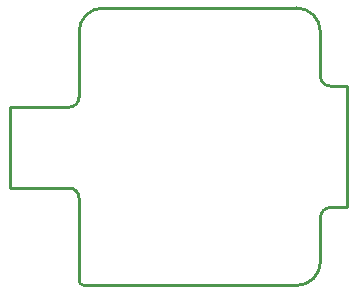
<source format=gko>
G04*
G04 #@! TF.GenerationSoftware,Altium Limited,Altium Designer,20.2.6 (244)*
G04*
G04 Layer_Color=16711935*
%FSLAX25Y25*%
%MOIN*%
G70*
G04*
G04 #@! TF.SameCoordinates,5C4D9317-6C82-4721-89AA-AC4316CE5E92*
G04*
G04*
G04 #@! TF.FilePolarity,Positive*
G04*
G01*
G75*
%ADD16C,0.01000*%
D16*
X23240Y64940D02*
G03*
X26500Y68200I0J3260D01*
G01*
Y34700D02*
G03*
X23240Y37960I-3260J0D01*
G01*
X110300Y31500D02*
G03*
X107040Y28240I0J-3260D01*
G01*
X106990Y75250D02*
G03*
X110250Y71990I3260J0D01*
G01*
X107000Y90000D02*
G03*
X99000Y98000I-8000J0D01*
G01*
Y5500D02*
G03*
X107000Y13500I0J8000D01*
G01*
X26500Y7207D02*
G03*
X28207Y5500I1707J0D01*
G01*
X34500Y98000D02*
G03*
X26500Y90000I0J-8000D01*
G01*
X3500Y64982D02*
X23240D01*
X26482Y68200D02*
Y90000D01*
X3500Y38000D02*
X23240D01*
X26500Y7207D02*
Y34700D01*
X28207Y5500D02*
X99000Y5500D01*
X107000Y13500D02*
Y28240D01*
X110300Y31500D02*
X115700D01*
X110250Y72000D02*
X115700D01*
X107000Y75250D02*
Y90000D01*
X34500Y98000D02*
X99000Y98000D01*
X115700Y31500D02*
Y72000D01*
X3500Y38000D02*
Y64982D01*
M02*

</source>
